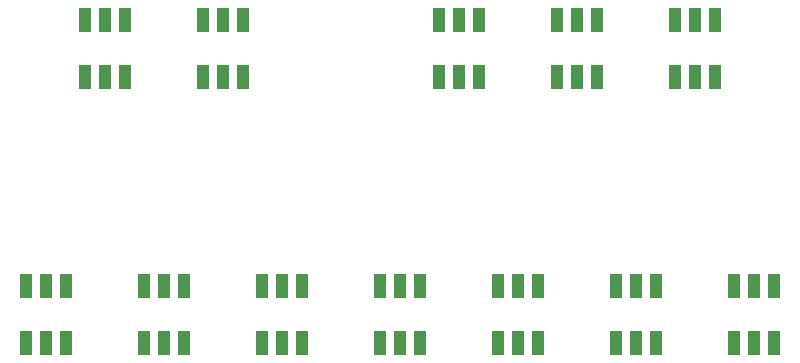
<source format=gbr>
G04 #@! TF.GenerationSoftware,KiCad,Pcbnew,(5.1.0)-1*
G04 #@! TF.CreationDate,2019-04-08T11:36:16+09:00*
G04 #@! TF.ProjectId,APA102,41504131-3032-42e6-9b69-6361645f7063,rev?*
G04 #@! TF.SameCoordinates,Original*
G04 #@! TF.FileFunction,Paste,Top*
G04 #@! TF.FilePolarity,Positive*
%FSLAX46Y46*%
G04 Gerber Fmt 4.6, Leading zero omitted, Abs format (unit mm)*
G04 Created by KiCad (PCBNEW (5.1.0)-1) date 2019-04-08 11:36:16*
%MOMM*%
%LPD*%
G04 APERTURE LIST*
%ADD10R,1.100000X2.000000*%
G04 APERTURE END LIST*
D10*
X103300000Y-88400000D03*
X105000000Y-88400000D03*
X106700000Y-88400000D03*
X106700000Y-83600000D03*
X105000000Y-83600000D03*
X103300000Y-83600000D03*
X108300000Y-61100000D03*
X110000000Y-61100000D03*
X111700000Y-61100000D03*
X111700000Y-65900000D03*
X110000000Y-65900000D03*
X108300000Y-65900000D03*
X113300000Y-88400000D03*
X115000000Y-88400000D03*
X116700000Y-88400000D03*
X116700000Y-83600000D03*
X115000000Y-83600000D03*
X113300000Y-83600000D03*
X118300000Y-61100000D03*
X120000000Y-61100000D03*
X121700000Y-61100000D03*
X121700000Y-65900000D03*
X120000000Y-65900000D03*
X118300000Y-65900000D03*
X123300000Y-88400000D03*
X125000000Y-88400000D03*
X126700000Y-88400000D03*
X126700000Y-83600000D03*
X125000000Y-83600000D03*
X123300000Y-83600000D03*
X133300000Y-83600000D03*
X135000000Y-83600000D03*
X136700000Y-83600000D03*
X136700000Y-88400000D03*
X135000000Y-88400000D03*
X133300000Y-88400000D03*
X138300000Y-65900000D03*
X140000000Y-65900000D03*
X141700000Y-65900000D03*
X141700000Y-61100000D03*
X140000000Y-61100000D03*
X138300000Y-61100000D03*
X143300000Y-83600000D03*
X145000000Y-83600000D03*
X146700000Y-83600000D03*
X146700000Y-88400000D03*
X145000000Y-88400000D03*
X143300000Y-88400000D03*
X148300000Y-65900000D03*
X150000000Y-65900000D03*
X151700000Y-65900000D03*
X151700000Y-61100000D03*
X150000000Y-61100000D03*
X148300000Y-61100000D03*
X153300000Y-83600000D03*
X155000000Y-83600000D03*
X156700000Y-83600000D03*
X156700000Y-88400000D03*
X155000000Y-88400000D03*
X153300000Y-88400000D03*
X158300000Y-65900000D03*
X160000000Y-65900000D03*
X161700000Y-65900000D03*
X161700000Y-61100000D03*
X160000000Y-61100000D03*
X158300000Y-61100000D03*
X163300000Y-83600000D03*
X165000000Y-83600000D03*
X166700000Y-83600000D03*
X166700000Y-88400000D03*
X165000000Y-88400000D03*
X163300000Y-88400000D03*
M02*

</source>
